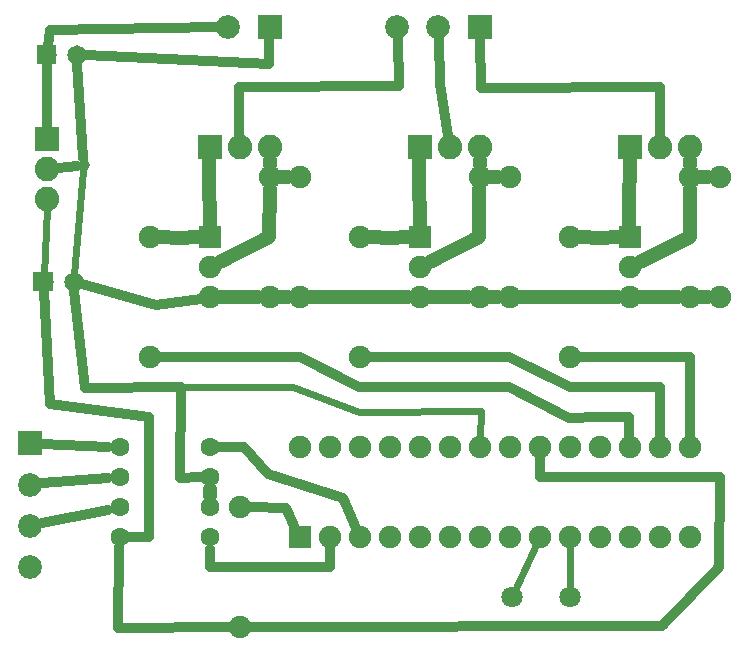
<source format=gbr>
G04 MADE WITH FRITZING*
G04 WWW.FRITZING.ORG*
G04 DOUBLE SIDED*
G04 HOLES PLATED*
G04 CONTOUR ON CENTER OF CONTOUR VECTOR*
%ASAXBY*%
%FSLAX23Y23*%
%MOIN*%
%OFA0B0*%
%SFA1.0B1.0*%
%ADD10C,0.082000*%
%ADD11C,0.065000*%
%ADD12C,0.079370*%
%ADD13C,0.070925*%
%ADD14C,0.070866*%
%ADD15C,0.075000*%
%ADD16C,0.063000*%
%ADD17C,0.039370*%
%ADD18R,0.082000X0.082000*%
%ADD19R,0.079370X0.079370*%
%ADD20R,0.075000X0.075000*%
%ADD21C,0.032000*%
%ADD22C,0.048000*%
%ADD23C,0.024000*%
%ADD24R,0.001000X0.001000*%
%LNCOPPER0*%
G90*
G70*
G54D10*
X599Y1771D03*
X599Y1671D03*
X599Y1571D03*
G54D11*
X599Y2052D03*
X699Y2052D03*
X588Y1296D03*
X688Y1296D03*
G54D12*
X542Y757D03*
X542Y619D03*
X542Y481D03*
X542Y344D03*
X2042Y2144D03*
X1904Y2144D03*
X1766Y2144D03*
X1342Y2144D03*
X1204Y2144D03*
G54D13*
X2149Y244D03*
G54D14*
X2342Y244D03*
G54D15*
X1442Y444D03*
X1442Y744D03*
X1542Y444D03*
X1542Y744D03*
X1642Y444D03*
X1642Y744D03*
X1742Y444D03*
X1742Y744D03*
X1842Y444D03*
X1842Y744D03*
X1942Y444D03*
X1942Y744D03*
X2042Y444D03*
X2042Y744D03*
X2142Y444D03*
X2142Y744D03*
X2242Y444D03*
X2242Y744D03*
X2342Y444D03*
X2342Y744D03*
X2442Y444D03*
X2442Y744D03*
X2542Y444D03*
X2542Y744D03*
X2642Y444D03*
X2642Y744D03*
X2742Y444D03*
X2742Y744D03*
G54D16*
X1142Y444D03*
X1142Y544D03*
X1142Y644D03*
X1142Y744D03*
X842Y744D03*
X842Y644D03*
X842Y544D03*
X842Y444D03*
G54D15*
X1142Y1244D03*
X1142Y1344D03*
X1142Y1444D03*
X1842Y1244D03*
X1842Y1344D03*
X1842Y1444D03*
X2542Y1244D03*
X2542Y1344D03*
X2542Y1444D03*
X1242Y144D03*
X1242Y544D03*
X942Y1044D03*
X942Y1444D03*
X1642Y1044D03*
X1642Y1444D03*
X2342Y1044D03*
X2342Y1444D03*
X2742Y1244D03*
X2742Y1644D03*
X2042Y1244D03*
X2042Y1644D03*
X1342Y1244D03*
X1342Y1644D03*
X1442Y1244D03*
X1442Y1644D03*
X2842Y1244D03*
X2842Y1644D03*
X2142Y1244D03*
X2142Y1644D03*
G54D10*
X1142Y1744D03*
X1242Y1744D03*
X1342Y1744D03*
X2542Y1744D03*
X2642Y1744D03*
X2742Y1744D03*
X1842Y1744D03*
X1942Y1744D03*
X2042Y1744D03*
G54D17*
X723Y1683D03*
G54D18*
X599Y1771D03*
G54D19*
X542Y757D03*
X2042Y2144D03*
X1342Y2144D03*
G54D20*
X1442Y444D03*
X1142Y1444D03*
X1842Y1444D03*
X2542Y1444D03*
G54D18*
X1142Y1744D03*
X2542Y1744D03*
X1842Y1744D03*
G54D21*
X1241Y1945D02*
X1241Y1776D01*
D02*
X1774Y1948D02*
X1241Y1945D01*
D02*
X1768Y2107D02*
X1774Y1948D01*
D02*
X1909Y1953D02*
X1936Y1781D01*
D02*
X1905Y2107D02*
X1909Y1953D01*
D02*
X2643Y1945D02*
X2642Y1776D01*
D02*
X2045Y1942D02*
X2643Y1945D01*
D02*
X2042Y2107D02*
X2045Y1942D01*
D02*
X841Y411D02*
X837Y142D01*
D02*
X837Y142D02*
X1208Y143D01*
G54D22*
D02*
X2702Y1244D02*
X2581Y1244D01*
D02*
X2743Y1445D02*
X2742Y1604D01*
D02*
X2577Y1361D02*
X2743Y1445D01*
D02*
X2041Y1445D02*
X2041Y1604D01*
D02*
X1877Y1362D02*
X2041Y1445D01*
D02*
X1341Y1445D02*
X1342Y1604D01*
D02*
X1177Y1362D02*
X1341Y1445D01*
G54D23*
D02*
X2160Y268D02*
X2230Y418D01*
G54D22*
D02*
X1141Y1700D02*
X1141Y1645D01*
D02*
X1141Y1645D02*
X1142Y1483D01*
D02*
X1302Y1243D02*
X1241Y1243D01*
D02*
X1241Y1243D02*
X1181Y1243D01*
D02*
X2802Y1244D02*
X2781Y1244D01*
D02*
X2102Y1644D02*
X2081Y1644D01*
D02*
X1402Y1644D02*
X1381Y1644D01*
D02*
X1802Y1443D02*
X1742Y1442D01*
D02*
X1742Y1442D02*
X1681Y1443D01*
D02*
X1802Y1243D02*
X1643Y1243D01*
D02*
X1643Y1243D02*
X1481Y1243D01*
D02*
X2502Y1243D02*
X2443Y1243D01*
D02*
X2443Y1243D02*
X2181Y1243D01*
D02*
X2802Y1644D02*
X2781Y1644D01*
D02*
X2742Y1700D02*
X2742Y1683D01*
D02*
X981Y1443D02*
X1041Y1442D01*
D02*
X1041Y1442D02*
X1102Y1443D01*
D02*
X1342Y1700D02*
X1342Y1683D01*
G54D23*
D02*
X2342Y270D02*
X2342Y415D01*
G54D22*
D02*
X1881Y1244D02*
X2002Y1244D01*
D02*
X2381Y1443D02*
X2442Y1442D01*
D02*
X2442Y1442D02*
X2502Y1443D01*
D02*
X2042Y1700D02*
X2042Y1683D01*
D02*
X2541Y1545D02*
X2541Y1483D01*
D02*
X2542Y1700D02*
X2541Y1545D01*
D02*
X1381Y1244D02*
X1402Y1244D01*
D02*
X2081Y1244D02*
X2102Y1244D01*
D02*
X1841Y1700D02*
X1841Y1645D01*
D02*
X1841Y1645D02*
X1842Y1483D01*
G54D21*
D02*
X1396Y540D02*
X1276Y543D01*
D02*
X1427Y474D02*
X1396Y540D01*
D02*
X584Y755D02*
X803Y745D01*
D02*
X804Y640D02*
X583Y623D01*
D02*
X804Y536D02*
X583Y490D01*
D02*
X1255Y743D02*
X1174Y743D01*
D02*
X1585Y573D02*
X1336Y655D01*
D02*
X1336Y655D02*
X1255Y743D01*
D02*
X1628Y475D02*
X1585Y573D01*
G54D22*
D02*
X1142Y582D02*
X1142Y605D01*
G54D21*
D02*
X2842Y645D02*
X2242Y645D01*
D02*
X2242Y645D02*
X2242Y709D01*
D02*
X2649Y147D02*
X2841Y344D01*
D02*
X2841Y344D02*
X2842Y645D01*
D02*
X1276Y144D02*
X2649Y147D01*
D02*
X2643Y944D02*
X2642Y778D01*
D02*
X2342Y944D02*
X2643Y944D01*
D02*
X2140Y1043D02*
X2342Y944D01*
D02*
X1676Y1044D02*
X2140Y1043D01*
D02*
X1142Y1043D02*
X976Y1044D01*
D02*
X1443Y1043D02*
X1142Y1043D01*
D02*
X1640Y944D02*
X1443Y1043D01*
D02*
X2140Y944D02*
X1640Y944D01*
D02*
X2341Y842D02*
X2140Y944D01*
D02*
X2441Y844D02*
X2341Y842D01*
D02*
X2541Y844D02*
X2441Y844D01*
D02*
X2541Y778D02*
X2541Y844D01*
D02*
X2742Y1043D02*
X2742Y778D01*
D02*
X2376Y1044D02*
X2742Y1043D01*
D02*
X1142Y345D02*
X1142Y405D01*
D02*
X1542Y345D02*
X1142Y345D01*
D02*
X1542Y409D02*
X1542Y345D01*
D02*
X611Y2134D02*
X1168Y2143D01*
D02*
X603Y2082D02*
X611Y2134D01*
D02*
X1339Y2021D02*
X729Y2051D01*
D02*
X1341Y2107D02*
X1339Y2021D01*
D02*
X599Y2022D02*
X599Y1808D01*
D02*
X721Y1708D02*
X701Y2022D01*
D02*
X636Y1675D02*
X699Y1681D01*
G54D23*
D02*
X589Y1320D02*
X598Y1539D01*
G54D21*
D02*
X941Y444D02*
X869Y444D01*
D02*
X941Y844D02*
X941Y444D01*
D02*
X611Y889D02*
X941Y844D01*
D02*
X589Y1265D02*
X611Y889D01*
D02*
X1046Y943D02*
X727Y940D01*
D02*
X727Y940D02*
X691Y1265D01*
D02*
X1043Y641D02*
X1046Y943D01*
D02*
X1109Y643D02*
X1043Y641D01*
D02*
X717Y1287D02*
X964Y1217D01*
D02*
X964Y1217D02*
X1113Y1239D01*
G54D23*
D02*
X1421Y946D02*
X1641Y861D01*
D02*
X1641Y861D02*
X2045Y864D01*
D02*
X2045Y864D02*
X2042Y772D01*
D02*
X1046Y943D02*
X1421Y946D01*
D02*
X721Y1665D02*
X690Y1320D01*
G54D24*
X567Y2085D02*
X630Y2085D01*
X566Y2084D02*
X630Y2084D01*
X566Y2083D02*
X630Y2083D01*
X566Y2082D02*
X630Y2082D01*
X566Y2081D02*
X630Y2081D01*
X566Y2080D02*
X630Y2080D01*
X566Y2079D02*
X630Y2079D01*
X566Y2078D02*
X630Y2078D01*
X566Y2077D02*
X630Y2077D01*
X566Y2076D02*
X630Y2076D01*
X566Y2075D02*
X630Y2075D01*
X566Y2074D02*
X630Y2074D01*
X566Y2073D02*
X630Y2073D01*
X566Y2072D02*
X630Y2072D01*
X566Y2071D02*
X630Y2071D01*
X566Y2070D02*
X630Y2070D01*
X566Y2069D02*
X630Y2069D01*
X566Y2068D02*
X630Y2068D01*
X566Y2067D02*
X630Y2067D01*
X566Y2066D02*
X595Y2066D01*
X602Y2066D02*
X630Y2066D01*
X566Y2065D02*
X592Y2065D01*
X605Y2065D02*
X630Y2065D01*
X566Y2064D02*
X590Y2064D01*
X607Y2064D02*
X630Y2064D01*
X566Y2063D02*
X589Y2063D01*
X608Y2063D02*
X630Y2063D01*
X566Y2062D02*
X588Y2062D01*
X609Y2062D02*
X630Y2062D01*
X566Y2061D02*
X587Y2061D01*
X610Y2061D02*
X630Y2061D01*
X566Y2060D02*
X586Y2060D01*
X610Y2060D02*
X630Y2060D01*
X566Y2059D02*
X586Y2059D01*
X611Y2059D02*
X630Y2059D01*
X566Y2058D02*
X585Y2058D01*
X611Y2058D02*
X630Y2058D01*
X566Y2057D02*
X585Y2057D01*
X612Y2057D02*
X630Y2057D01*
X566Y2056D02*
X584Y2056D01*
X612Y2056D02*
X630Y2056D01*
X566Y2055D02*
X584Y2055D01*
X612Y2055D02*
X630Y2055D01*
X566Y2054D02*
X584Y2054D01*
X613Y2054D02*
X630Y2054D01*
X566Y2053D02*
X584Y2053D01*
X613Y2053D02*
X630Y2053D01*
X566Y2052D02*
X584Y2052D01*
X613Y2052D02*
X630Y2052D01*
X566Y2051D02*
X584Y2051D01*
X613Y2051D02*
X630Y2051D01*
X566Y2050D02*
X584Y2050D01*
X612Y2050D02*
X630Y2050D01*
X566Y2049D02*
X585Y2049D01*
X612Y2049D02*
X630Y2049D01*
X566Y2048D02*
X585Y2048D01*
X612Y2048D02*
X630Y2048D01*
X566Y2047D02*
X585Y2047D01*
X611Y2047D02*
X630Y2047D01*
X566Y2046D02*
X586Y2046D01*
X611Y2046D02*
X630Y2046D01*
X566Y2045D02*
X586Y2045D01*
X610Y2045D02*
X630Y2045D01*
X566Y2044D02*
X587Y2044D01*
X610Y2044D02*
X630Y2044D01*
X566Y2043D02*
X588Y2043D01*
X609Y2043D02*
X630Y2043D01*
X566Y2042D02*
X589Y2042D01*
X608Y2042D02*
X630Y2042D01*
X566Y2041D02*
X590Y2041D01*
X606Y2041D02*
X630Y2041D01*
X566Y2040D02*
X592Y2040D01*
X604Y2040D02*
X630Y2040D01*
X566Y2039D02*
X595Y2039D01*
X601Y2039D02*
X630Y2039D01*
X566Y2038D02*
X630Y2038D01*
X566Y2037D02*
X630Y2037D01*
X566Y2036D02*
X630Y2036D01*
X566Y2035D02*
X630Y2035D01*
X566Y2034D02*
X630Y2034D01*
X566Y2033D02*
X630Y2033D01*
X566Y2032D02*
X630Y2032D01*
X566Y2031D02*
X630Y2031D01*
X566Y2030D02*
X630Y2030D01*
X566Y2029D02*
X630Y2029D01*
X566Y2028D02*
X630Y2028D01*
X566Y2027D02*
X630Y2027D01*
X566Y2026D02*
X630Y2026D01*
X566Y2025D02*
X630Y2025D01*
X566Y2024D02*
X630Y2024D01*
X566Y2023D02*
X630Y2023D01*
X566Y2022D02*
X630Y2022D01*
X566Y2021D02*
X630Y2021D01*
X555Y1328D02*
X619Y1328D01*
X555Y1327D02*
X619Y1327D01*
X555Y1326D02*
X619Y1326D01*
X555Y1325D02*
X619Y1325D01*
X555Y1324D02*
X619Y1324D01*
X555Y1323D02*
X619Y1323D01*
X555Y1322D02*
X619Y1322D01*
X555Y1321D02*
X619Y1321D01*
X555Y1320D02*
X619Y1320D01*
X555Y1319D02*
X619Y1319D01*
X555Y1318D02*
X619Y1318D01*
X555Y1317D02*
X619Y1317D01*
X555Y1316D02*
X619Y1316D01*
X555Y1315D02*
X619Y1315D01*
X555Y1314D02*
X619Y1314D01*
X555Y1313D02*
X619Y1313D01*
X555Y1312D02*
X619Y1312D01*
X555Y1311D02*
X619Y1311D01*
X555Y1310D02*
X619Y1310D01*
X555Y1309D02*
X582Y1309D01*
X592Y1309D02*
X619Y1309D01*
X555Y1308D02*
X580Y1308D01*
X594Y1308D02*
X619Y1308D01*
X555Y1307D02*
X578Y1307D01*
X596Y1307D02*
X619Y1307D01*
X555Y1306D02*
X577Y1306D01*
X597Y1306D02*
X619Y1306D01*
X555Y1305D02*
X576Y1305D01*
X598Y1305D02*
X619Y1305D01*
X555Y1304D02*
X575Y1304D01*
X599Y1304D02*
X619Y1304D01*
X555Y1303D02*
X575Y1303D01*
X599Y1303D02*
X619Y1303D01*
X555Y1302D02*
X574Y1302D01*
X600Y1302D02*
X619Y1302D01*
X555Y1301D02*
X574Y1301D01*
X600Y1301D02*
X619Y1301D01*
X555Y1300D02*
X573Y1300D01*
X601Y1300D02*
X619Y1300D01*
X555Y1299D02*
X573Y1299D01*
X601Y1299D02*
X619Y1299D01*
X555Y1298D02*
X573Y1298D01*
X601Y1298D02*
X619Y1298D01*
X555Y1297D02*
X573Y1297D01*
X601Y1297D02*
X619Y1297D01*
X555Y1296D02*
X573Y1296D01*
X601Y1296D02*
X619Y1296D01*
X555Y1295D02*
X573Y1295D01*
X601Y1295D02*
X619Y1295D01*
X555Y1294D02*
X573Y1294D01*
X601Y1294D02*
X619Y1294D01*
X555Y1293D02*
X573Y1293D01*
X601Y1293D02*
X619Y1293D01*
X555Y1292D02*
X573Y1292D01*
X601Y1292D02*
X619Y1292D01*
X555Y1291D02*
X574Y1291D01*
X600Y1291D02*
X619Y1291D01*
X555Y1290D02*
X574Y1290D01*
X600Y1290D02*
X619Y1290D01*
X555Y1289D02*
X575Y1289D01*
X599Y1289D02*
X619Y1289D01*
X555Y1288D02*
X575Y1288D01*
X599Y1288D02*
X619Y1288D01*
X555Y1287D02*
X576Y1287D01*
X598Y1287D02*
X619Y1287D01*
X555Y1286D02*
X577Y1286D01*
X597Y1286D02*
X619Y1286D01*
X555Y1285D02*
X578Y1285D01*
X596Y1285D02*
X619Y1285D01*
X555Y1284D02*
X580Y1284D01*
X594Y1284D02*
X619Y1284D01*
X555Y1283D02*
X582Y1283D01*
X592Y1283D02*
X619Y1283D01*
X555Y1282D02*
X619Y1282D01*
X555Y1281D02*
X619Y1281D01*
X555Y1280D02*
X619Y1280D01*
X555Y1279D02*
X619Y1279D01*
X555Y1278D02*
X619Y1278D01*
X555Y1277D02*
X619Y1277D01*
X555Y1276D02*
X619Y1276D01*
X555Y1275D02*
X619Y1275D01*
X555Y1274D02*
X619Y1274D01*
X555Y1273D02*
X619Y1273D01*
X555Y1272D02*
X619Y1272D01*
X555Y1271D02*
X619Y1271D01*
X555Y1270D02*
X619Y1270D01*
X555Y1269D02*
X619Y1269D01*
X555Y1268D02*
X619Y1268D01*
X555Y1267D02*
X619Y1267D01*
X555Y1266D02*
X619Y1266D01*
X555Y1265D02*
X619Y1265D01*
X555Y1264D02*
X619Y1264D01*
D02*
G04 End of Copper0*
M02*
</source>
